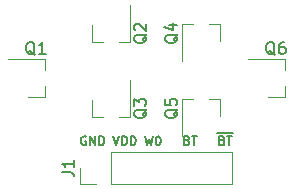
<source format=gbr>
G04 #@! TF.GenerationSoftware,KiCad,Pcbnew,5.0.2-bee76a0~70~ubuntu16.04.1*
G04 #@! TF.CreationDate,2019-10-02T00:23:43-07:00*
G04 #@! TF.ProjectId,sram-register-file,7372616d-2d72-4656-9769-737465722d66,rev?*
G04 #@! TF.SameCoordinates,Original*
G04 #@! TF.FileFunction,Legend,Top*
G04 #@! TF.FilePolarity,Positive*
%FSLAX46Y46*%
G04 Gerber Fmt 4.6, Leading zero omitted, Abs format (unit mm)*
G04 Created by KiCad (PCBNEW 5.0.2-bee76a0~70~ubuntu16.04.1) date Wed 02 Oct 2019 12:23:43 AM PDT*
%MOMM*%
%LPD*%
G01*
G04 APERTURE LIST*
%ADD10C,0.127000*%
%ADD11C,0.120000*%
%ADD12C,0.150000*%
G04 APERTURE END LIST*
D10*
X145202123Y-91313000D02*
X145131971Y-91276714D01*
X145026742Y-91276714D01*
X144921514Y-91313000D01*
X144851361Y-91385571D01*
X144816285Y-91458142D01*
X144781209Y-91603285D01*
X144781209Y-91712142D01*
X144816285Y-91857285D01*
X144851361Y-91929857D01*
X144921514Y-92002428D01*
X145026742Y-92038714D01*
X145096895Y-92038714D01*
X145202123Y-92002428D01*
X145237199Y-91966142D01*
X145237199Y-91712142D01*
X145096895Y-91712142D01*
X145552885Y-92038714D02*
X145552885Y-91276714D01*
X145973799Y-92038714D01*
X145973799Y-91276714D01*
X146324561Y-92038714D02*
X146324561Y-91276714D01*
X146499942Y-91276714D01*
X146605171Y-91313000D01*
X146675323Y-91385571D01*
X146710399Y-91458142D01*
X146745476Y-91603285D01*
X146745476Y-91712142D01*
X146710399Y-91857285D01*
X146675323Y-91929857D01*
X146605171Y-92002428D01*
X146499942Y-92038714D01*
X146324561Y-92038714D01*
X147517152Y-91276714D02*
X147762685Y-92038714D01*
X148008219Y-91276714D01*
X148253752Y-92038714D02*
X148253752Y-91276714D01*
X148429133Y-91276714D01*
X148534361Y-91313000D01*
X148604514Y-91385571D01*
X148639590Y-91458142D01*
X148674666Y-91603285D01*
X148674666Y-91712142D01*
X148639590Y-91857285D01*
X148604514Y-91929857D01*
X148534361Y-92002428D01*
X148429133Y-92038714D01*
X148253752Y-92038714D01*
X148990352Y-92038714D02*
X148990352Y-91276714D01*
X149165733Y-91276714D01*
X149270961Y-91313000D01*
X149341114Y-91385571D01*
X149376190Y-91458142D01*
X149411266Y-91603285D01*
X149411266Y-91712142D01*
X149376190Y-91857285D01*
X149341114Y-91929857D01*
X149270961Y-92002428D01*
X149165733Y-92038714D01*
X148990352Y-92038714D01*
X150218019Y-91276714D02*
X150393399Y-92038714D01*
X150533704Y-91494428D01*
X150674009Y-92038714D01*
X150849390Y-91276714D01*
X151270304Y-91276714D02*
X151340457Y-91276714D01*
X151410609Y-91313000D01*
X151445685Y-91349285D01*
X151480761Y-91421857D01*
X151515838Y-91567000D01*
X151515838Y-91748428D01*
X151480761Y-91893571D01*
X151445685Y-91966142D01*
X151410609Y-92002428D01*
X151340457Y-92038714D01*
X151270304Y-92038714D01*
X151200152Y-92002428D01*
X151165076Y-91966142D01*
X151129999Y-91893571D01*
X151094923Y-91748428D01*
X151094923Y-91567000D01*
X151129999Y-91421857D01*
X151165076Y-91349285D01*
X151200152Y-91313000D01*
X151270304Y-91276714D01*
X153760714Y-91639571D02*
X153865942Y-91675857D01*
X153901019Y-91712142D01*
X153936095Y-91784714D01*
X153936095Y-91893571D01*
X153901019Y-91966142D01*
X153865942Y-92002428D01*
X153795790Y-92038714D01*
X153515180Y-92038714D01*
X153515180Y-91276714D01*
X153760714Y-91276714D01*
X153830866Y-91313000D01*
X153865942Y-91349285D01*
X153901019Y-91421857D01*
X153901019Y-91494428D01*
X153865942Y-91567000D01*
X153830866Y-91603285D01*
X153760714Y-91639571D01*
X153515180Y-91639571D01*
X154146552Y-91276714D02*
X154567466Y-91276714D01*
X154357009Y-92038714D02*
X154357009Y-91276714D01*
X156321276Y-90980260D02*
X157057876Y-90980260D01*
X156742190Y-91639571D02*
X156847419Y-91675857D01*
X156882495Y-91712142D01*
X156917571Y-91784714D01*
X156917571Y-91893571D01*
X156882495Y-91966142D01*
X156847419Y-92002428D01*
X156777266Y-92038714D01*
X156496657Y-92038714D01*
X156496657Y-91276714D01*
X156742190Y-91276714D01*
X156812342Y-91313000D01*
X156847419Y-91349285D01*
X156882495Y-91421857D01*
X156882495Y-91494428D01*
X156847419Y-91567000D01*
X156812342Y-91603285D01*
X156742190Y-91639571D01*
X156496657Y-91639571D01*
X157057876Y-90980260D02*
X157619095Y-90980260D01*
X157128028Y-91276714D02*
X157548942Y-91276714D01*
X157338485Y-92038714D02*
X157338485Y-91276714D01*
D11*
G04 #@! TO.C,J1*
X157540000Y-95310000D02*
X157540000Y-92650000D01*
X147320000Y-95310000D02*
X157540000Y-95310000D01*
X147320000Y-92650000D02*
X157540000Y-92650000D01*
X147320000Y-95310000D02*
X147320000Y-92650000D01*
X146050000Y-95310000D02*
X144720000Y-95310000D01*
X144720000Y-95310000D02*
X144720000Y-93980000D01*
G04 #@! TO.C,Q1*
X141730000Y-87940000D02*
X140270000Y-87940000D01*
X141730000Y-84780000D02*
X138570000Y-84780000D01*
X141730000Y-84780000D02*
X141730000Y-85710000D01*
X141730000Y-87940000D02*
X141730000Y-87010000D01*
G04 #@! TO.C,Q2*
X145740000Y-83310000D02*
X145740000Y-81850000D01*
X148900000Y-83310000D02*
X148900000Y-80150000D01*
X148900000Y-83310000D02*
X147970000Y-83310000D01*
X145740000Y-83310000D02*
X146670000Y-83310000D01*
G04 #@! TO.C,Q3*
X145740000Y-89660000D02*
X146670000Y-89660000D01*
X148900000Y-89660000D02*
X147970000Y-89660000D01*
X148900000Y-89660000D02*
X148900000Y-86500000D01*
X145740000Y-89660000D02*
X145740000Y-88200000D01*
G04 #@! TO.C,Q4*
X156520000Y-81790000D02*
X156520000Y-83250000D01*
X153360000Y-81790000D02*
X153360000Y-84950000D01*
X153360000Y-81790000D02*
X154290000Y-81790000D01*
X156520000Y-81790000D02*
X155590000Y-81790000D01*
G04 #@! TO.C,Q5*
X156520000Y-88140000D02*
X155590000Y-88140000D01*
X153360000Y-88140000D02*
X154290000Y-88140000D01*
X153360000Y-88140000D02*
X153360000Y-91300000D01*
X156520000Y-88140000D02*
X156520000Y-89600000D01*
G04 #@! TO.C,Q6*
X162050000Y-87940000D02*
X162050000Y-87010000D01*
X162050000Y-84780000D02*
X162050000Y-85710000D01*
X162050000Y-84780000D02*
X158890000Y-84780000D01*
X162050000Y-87940000D02*
X160590000Y-87940000D01*
G04 #@! TO.C,J1*
D12*
X143172380Y-94313333D02*
X143886666Y-94313333D01*
X144029523Y-94360952D01*
X144124761Y-94456190D01*
X144172380Y-94599047D01*
X144172380Y-94694285D01*
X144172380Y-93313333D02*
X144172380Y-93884761D01*
X144172380Y-93599047D02*
X143172380Y-93599047D01*
X143315238Y-93694285D01*
X143410476Y-93789523D01*
X143458095Y-93884761D01*
G04 #@! TO.C,Q1*
X140874761Y-84407619D02*
X140779523Y-84360000D01*
X140684285Y-84264761D01*
X140541428Y-84121904D01*
X140446190Y-84074285D01*
X140350952Y-84074285D01*
X140398571Y-84312380D02*
X140303333Y-84264761D01*
X140208095Y-84169523D01*
X140160476Y-83979047D01*
X140160476Y-83645714D01*
X140208095Y-83455238D01*
X140303333Y-83360000D01*
X140398571Y-83312380D01*
X140589047Y-83312380D01*
X140684285Y-83360000D01*
X140779523Y-83455238D01*
X140827142Y-83645714D01*
X140827142Y-83979047D01*
X140779523Y-84169523D01*
X140684285Y-84264761D01*
X140589047Y-84312380D01*
X140398571Y-84312380D01*
X141779523Y-84312380D02*
X141208095Y-84312380D01*
X141493809Y-84312380D02*
X141493809Y-83312380D01*
X141398571Y-83455238D01*
X141303333Y-83550476D01*
X141208095Y-83598095D01*
G04 #@! TO.C,Q2*
X150367619Y-82645238D02*
X150320000Y-82740476D01*
X150224761Y-82835714D01*
X150081904Y-82978571D01*
X150034285Y-83073809D01*
X150034285Y-83169047D01*
X150272380Y-83121428D02*
X150224761Y-83216666D01*
X150129523Y-83311904D01*
X149939047Y-83359523D01*
X149605714Y-83359523D01*
X149415238Y-83311904D01*
X149320000Y-83216666D01*
X149272380Y-83121428D01*
X149272380Y-82930952D01*
X149320000Y-82835714D01*
X149415238Y-82740476D01*
X149605714Y-82692857D01*
X149939047Y-82692857D01*
X150129523Y-82740476D01*
X150224761Y-82835714D01*
X150272380Y-82930952D01*
X150272380Y-83121428D01*
X149367619Y-82311904D02*
X149320000Y-82264285D01*
X149272380Y-82169047D01*
X149272380Y-81930952D01*
X149320000Y-81835714D01*
X149367619Y-81788095D01*
X149462857Y-81740476D01*
X149558095Y-81740476D01*
X149700952Y-81788095D01*
X150272380Y-82359523D01*
X150272380Y-81740476D01*
G04 #@! TO.C,Q3*
X150367619Y-88995238D02*
X150320000Y-89090476D01*
X150224761Y-89185714D01*
X150081904Y-89328571D01*
X150034285Y-89423809D01*
X150034285Y-89519047D01*
X150272380Y-89471428D02*
X150224761Y-89566666D01*
X150129523Y-89661904D01*
X149939047Y-89709523D01*
X149605714Y-89709523D01*
X149415238Y-89661904D01*
X149320000Y-89566666D01*
X149272380Y-89471428D01*
X149272380Y-89280952D01*
X149320000Y-89185714D01*
X149415238Y-89090476D01*
X149605714Y-89042857D01*
X149939047Y-89042857D01*
X150129523Y-89090476D01*
X150224761Y-89185714D01*
X150272380Y-89280952D01*
X150272380Y-89471428D01*
X149272380Y-88709523D02*
X149272380Y-88090476D01*
X149653333Y-88423809D01*
X149653333Y-88280952D01*
X149700952Y-88185714D01*
X149748571Y-88138095D01*
X149843809Y-88090476D01*
X150081904Y-88090476D01*
X150177142Y-88138095D01*
X150224761Y-88185714D01*
X150272380Y-88280952D01*
X150272380Y-88566666D01*
X150224761Y-88661904D01*
X150177142Y-88709523D01*
G04 #@! TO.C,Q4*
X152987619Y-82645238D02*
X152940000Y-82740476D01*
X152844761Y-82835714D01*
X152701904Y-82978571D01*
X152654285Y-83073809D01*
X152654285Y-83169047D01*
X152892380Y-83121428D02*
X152844761Y-83216666D01*
X152749523Y-83311904D01*
X152559047Y-83359523D01*
X152225714Y-83359523D01*
X152035238Y-83311904D01*
X151940000Y-83216666D01*
X151892380Y-83121428D01*
X151892380Y-82930952D01*
X151940000Y-82835714D01*
X152035238Y-82740476D01*
X152225714Y-82692857D01*
X152559047Y-82692857D01*
X152749523Y-82740476D01*
X152844761Y-82835714D01*
X152892380Y-82930952D01*
X152892380Y-83121428D01*
X152225714Y-81835714D02*
X152892380Y-81835714D01*
X151844761Y-82073809D02*
X152559047Y-82311904D01*
X152559047Y-81692857D01*
G04 #@! TO.C,Q5*
X152987619Y-88995238D02*
X152940000Y-89090476D01*
X152844761Y-89185714D01*
X152701904Y-89328571D01*
X152654285Y-89423809D01*
X152654285Y-89519047D01*
X152892380Y-89471428D02*
X152844761Y-89566666D01*
X152749523Y-89661904D01*
X152559047Y-89709523D01*
X152225714Y-89709523D01*
X152035238Y-89661904D01*
X151940000Y-89566666D01*
X151892380Y-89471428D01*
X151892380Y-89280952D01*
X151940000Y-89185714D01*
X152035238Y-89090476D01*
X152225714Y-89042857D01*
X152559047Y-89042857D01*
X152749523Y-89090476D01*
X152844761Y-89185714D01*
X152892380Y-89280952D01*
X152892380Y-89471428D01*
X151892380Y-88138095D02*
X151892380Y-88614285D01*
X152368571Y-88661904D01*
X152320952Y-88614285D01*
X152273333Y-88519047D01*
X152273333Y-88280952D01*
X152320952Y-88185714D01*
X152368571Y-88138095D01*
X152463809Y-88090476D01*
X152701904Y-88090476D01*
X152797142Y-88138095D01*
X152844761Y-88185714D01*
X152892380Y-88280952D01*
X152892380Y-88519047D01*
X152844761Y-88614285D01*
X152797142Y-88661904D01*
G04 #@! TO.C,Q6*
X161194761Y-84407619D02*
X161099523Y-84360000D01*
X161004285Y-84264761D01*
X160861428Y-84121904D01*
X160766190Y-84074285D01*
X160670952Y-84074285D01*
X160718571Y-84312380D02*
X160623333Y-84264761D01*
X160528095Y-84169523D01*
X160480476Y-83979047D01*
X160480476Y-83645714D01*
X160528095Y-83455238D01*
X160623333Y-83360000D01*
X160718571Y-83312380D01*
X160909047Y-83312380D01*
X161004285Y-83360000D01*
X161099523Y-83455238D01*
X161147142Y-83645714D01*
X161147142Y-83979047D01*
X161099523Y-84169523D01*
X161004285Y-84264761D01*
X160909047Y-84312380D01*
X160718571Y-84312380D01*
X162004285Y-83312380D02*
X161813809Y-83312380D01*
X161718571Y-83360000D01*
X161670952Y-83407619D01*
X161575714Y-83550476D01*
X161528095Y-83740952D01*
X161528095Y-84121904D01*
X161575714Y-84217142D01*
X161623333Y-84264761D01*
X161718571Y-84312380D01*
X161909047Y-84312380D01*
X162004285Y-84264761D01*
X162051904Y-84217142D01*
X162099523Y-84121904D01*
X162099523Y-83883809D01*
X162051904Y-83788571D01*
X162004285Y-83740952D01*
X161909047Y-83693333D01*
X161718571Y-83693333D01*
X161623333Y-83740952D01*
X161575714Y-83788571D01*
X161528095Y-83883809D01*
G04 #@! TD*
M02*

</source>
